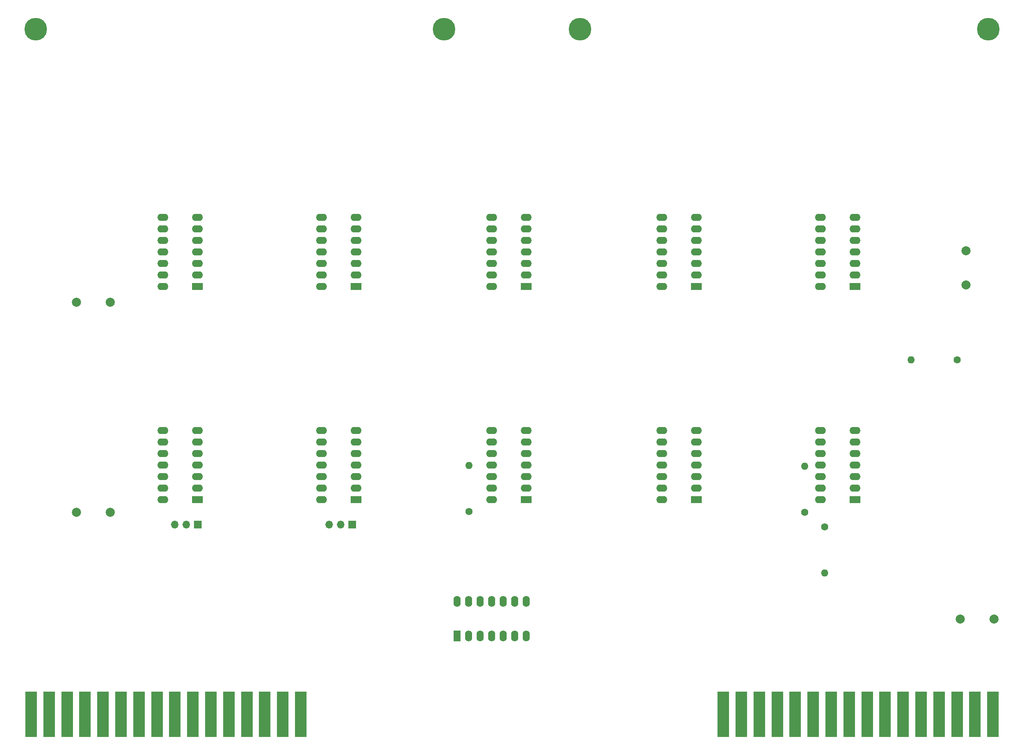
<source format=gbr>
%TF.GenerationSoftware,KiCad,Pcbnew,(5.1.10-1-10_14)*%
%TF.CreationDate,2022-01-24T12:26:02+11:00*%
%TF.ProjectId,Input:Output Interface,496e7075-743a-44f7-9574-70757420496e,rev?*%
%TF.SameCoordinates,Original*%
%TF.FileFunction,Soldermask,Bot*%
%TF.FilePolarity,Negative*%
%FSLAX46Y46*%
G04 Gerber Fmt 4.6, Leading zero omitted, Abs format (unit mm)*
G04 Created by KiCad (PCBNEW (5.1.10-1-10_14)) date 2022-01-24 12:26:02*
%MOMM*%
%LPD*%
G01*
G04 APERTURE LIST*
%ADD10O,1.600000X2.400000*%
%ADD11R,1.600000X2.400000*%
%ADD12O,2.400000X1.600000*%
%ADD13R,2.400000X1.600000*%
%ADD14C,5.000000*%
%ADD15O,1.600000X1.600000*%
%ADD16C,1.600000*%
%ADD17C,2.000000*%
%ADD18R,2.540000X10.000000*%
%ADD19R,1.700000X1.700000*%
%ADD20O,1.700000X1.700000*%
G04 APERTURE END LIST*
D10*
%TO.C,U11*%
X167880000Y-189180000D03*
X183120000Y-196800000D03*
X170420000Y-189180000D03*
X180580000Y-196800000D03*
X172960000Y-189180000D03*
X178040000Y-196800000D03*
X175500000Y-189180000D03*
X175500000Y-196800000D03*
X178040000Y-189180000D03*
X172960000Y-196800000D03*
X180580000Y-189180000D03*
X170420000Y-196800000D03*
X183120000Y-189180000D03*
D11*
X167880000Y-196800000D03*
%TD*%
D12*
%TO.C,U7*%
X138000000Y-166740000D03*
X145620000Y-151500000D03*
X138000000Y-164200000D03*
X145620000Y-154040000D03*
X138000000Y-161660000D03*
X145620000Y-156580000D03*
X138000000Y-159120000D03*
X145620000Y-159120000D03*
X138000000Y-156580000D03*
X145620000Y-161660000D03*
X138000000Y-154040000D03*
X145620000Y-164200000D03*
X138000000Y-151500000D03*
D13*
X145620000Y-166740000D03*
%TD*%
D12*
%TO.C,U9*%
X213000000Y-166740000D03*
X220620000Y-151500000D03*
X213000000Y-164200000D03*
X220620000Y-154040000D03*
X213000000Y-161660000D03*
X220620000Y-156580000D03*
X213000000Y-159120000D03*
X220620000Y-159120000D03*
X213000000Y-156580000D03*
X220620000Y-161660000D03*
X213000000Y-154040000D03*
X220620000Y-164200000D03*
X213000000Y-151500000D03*
D13*
X220620000Y-166740000D03*
%TD*%
D12*
%TO.C,U6*%
X103000000Y-166740000D03*
X110620000Y-151500000D03*
X103000000Y-164200000D03*
X110620000Y-154040000D03*
X103000000Y-161660000D03*
X110620000Y-156580000D03*
X103000000Y-159120000D03*
X110620000Y-159120000D03*
X103000000Y-156580000D03*
X110620000Y-161660000D03*
X103000000Y-154040000D03*
X110620000Y-164200000D03*
X103000000Y-151500000D03*
D13*
X110620000Y-166740000D03*
%TD*%
D12*
%TO.C,U1*%
X103000000Y-119740000D03*
X110620000Y-104500000D03*
X103000000Y-117200000D03*
X110620000Y-107040000D03*
X103000000Y-114660000D03*
X110620000Y-109580000D03*
X103000000Y-112120000D03*
X110620000Y-112120000D03*
X103000000Y-109580000D03*
X110620000Y-114660000D03*
X103000000Y-107040000D03*
X110620000Y-117200000D03*
X103000000Y-104500000D03*
D13*
X110620000Y-119740000D03*
%TD*%
D12*
%TO.C,U2*%
X138000000Y-119740000D03*
X145620000Y-104500000D03*
X138000000Y-117200000D03*
X145620000Y-107040000D03*
X138000000Y-114660000D03*
X145620000Y-109580000D03*
X138000000Y-112120000D03*
X145620000Y-112120000D03*
X138000000Y-109580000D03*
X145620000Y-114660000D03*
X138000000Y-107040000D03*
X145620000Y-117200000D03*
X138000000Y-104500000D03*
D13*
X145620000Y-119740000D03*
%TD*%
D12*
%TO.C,U3*%
X175500000Y-119740000D03*
X183120000Y-104500000D03*
X175500000Y-117200000D03*
X183120000Y-107040000D03*
X175500000Y-114660000D03*
X183120000Y-109580000D03*
X175500000Y-112120000D03*
X183120000Y-112120000D03*
X175500000Y-109580000D03*
X183120000Y-114660000D03*
X175500000Y-107040000D03*
X183120000Y-117200000D03*
X175500000Y-104500000D03*
D13*
X183120000Y-119740000D03*
%TD*%
D12*
%TO.C,U4*%
X213000000Y-119740000D03*
X220620000Y-104500000D03*
X213000000Y-117200000D03*
X220620000Y-107040000D03*
X213000000Y-114660000D03*
X220620000Y-109580000D03*
X213000000Y-112120000D03*
X220620000Y-112120000D03*
X213000000Y-109580000D03*
X220620000Y-114660000D03*
X213000000Y-107040000D03*
X220620000Y-117200000D03*
X213000000Y-104500000D03*
D13*
X220620000Y-119740000D03*
%TD*%
D12*
%TO.C,U5*%
X248000000Y-119740000D03*
X255620000Y-104500000D03*
X248000000Y-117200000D03*
X255620000Y-107040000D03*
X248000000Y-114660000D03*
X255620000Y-109580000D03*
X248000000Y-112120000D03*
X255620000Y-112120000D03*
X248000000Y-109580000D03*
X255620000Y-114660000D03*
X248000000Y-107040000D03*
X255620000Y-117200000D03*
X248000000Y-104500000D03*
D13*
X255620000Y-119740000D03*
%TD*%
D12*
%TO.C,U8*%
X175500000Y-166740000D03*
X183120000Y-151500000D03*
X175500000Y-164200000D03*
X183120000Y-154040000D03*
X175500000Y-161660000D03*
X183120000Y-156580000D03*
X175500000Y-159120000D03*
X183120000Y-159120000D03*
X175500000Y-156580000D03*
X183120000Y-161660000D03*
X175500000Y-154040000D03*
X183120000Y-164200000D03*
X175500000Y-151500000D03*
D13*
X183120000Y-166740000D03*
%TD*%
D12*
%TO.C,U10*%
X248000000Y-166740000D03*
X255620000Y-151500000D03*
X248000000Y-164200000D03*
X255620000Y-154040000D03*
X248000000Y-161660000D03*
X255620000Y-156580000D03*
X248000000Y-159120000D03*
X255620000Y-159120000D03*
X248000000Y-156580000D03*
X255620000Y-161660000D03*
X248000000Y-154040000D03*
X255620000Y-164200000D03*
X248000000Y-151500000D03*
D13*
X255620000Y-166740000D03*
%TD*%
D14*
%TO.C,H2*%
X285000000Y-63000000D03*
X195000000Y-63000000D03*
%TD*%
%TO.C,H1*%
X165000000Y-63000000D03*
X75000000Y-63000000D03*
%TD*%
D15*
%TO.C,R4*%
X267970000Y-135890000D03*
D16*
X278130000Y-135890000D03*
%TD*%
D15*
%TO.C,R3*%
X248920000Y-182880000D03*
D16*
X248920000Y-172720000D03*
%TD*%
D15*
%TO.C,R2*%
X244475000Y-159385000D03*
D16*
X244475000Y-169545000D03*
%TD*%
D15*
%TO.C,R1*%
X170500000Y-159200000D03*
D16*
X170500000Y-169360000D03*
%TD*%
D17*
%TO.C,C4*%
X286265000Y-193040000D03*
X278765000Y-193040000D03*
%TD*%
%TO.C,C3*%
X280035000Y-111880000D03*
X280035000Y-119380000D03*
%TD*%
%TO.C,C2*%
X83940000Y-169545000D03*
X91440000Y-169545000D03*
%TD*%
%TO.C,C1*%
X83940000Y-123190000D03*
X91440000Y-123190000D03*
%TD*%
D18*
%TO.C,J3*%
X73977200Y-214078000D03*
X77939600Y-214078000D03*
X81902000Y-214078000D03*
X85864400Y-214078000D03*
X89826800Y-214078000D03*
X93789200Y-214078000D03*
X97751600Y-214078000D03*
X101714000Y-214078000D03*
X105676400Y-214078000D03*
X109638800Y-214078000D03*
X113601200Y-214078000D03*
X117563600Y-214078000D03*
X121526000Y-214078000D03*
X125488400Y-214078000D03*
X129450800Y-214078000D03*
X133413200Y-214078000D03*
%TD*%
D19*
%TO.C,J1*%
X110744000Y-172212000D03*
D20*
X108204000Y-172212000D03*
X105664000Y-172212000D03*
%TD*%
%TO.C,J2*%
X139700000Y-172212000D03*
X142240000Y-172212000D03*
D19*
X144780000Y-172212000D03*
%TD*%
D18*
%TO.C,J4*%
X286006000Y-214070000D03*
X282043600Y-214070000D03*
X278081200Y-214070000D03*
X274118800Y-214070000D03*
X270156400Y-214070000D03*
X266194000Y-214070000D03*
X262231600Y-214070000D03*
X258269200Y-214070000D03*
X254306800Y-214070000D03*
X250344400Y-214070000D03*
X246382000Y-214070000D03*
X242419600Y-214070000D03*
X238457200Y-214070000D03*
X234494800Y-214070000D03*
X230532400Y-214070000D03*
X226570000Y-214070000D03*
%TD*%
M02*

</source>
